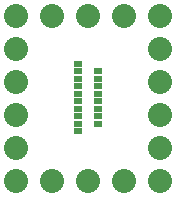
<source format=gbr>
G04 #@! TF.FileFunction,Soldermask,Top*
%FSLAX46Y46*%
G04 Gerber Fmt 4.6, Leading zero omitted, Abs format (unit mm)*
G04 Created by KiCad (PCBNEW 4.0.2-stable) date Monday, July 18, 2016 'PMt' 05:42:52 PM*
%MOMM*%
G01*
G04 APERTURE LIST*
%ADD10C,0.100000*%
%ADD11R,0.762000X0.508000*%
%ADD12C,2.032000*%
G04 APERTURE END LIST*
D10*
D11*
X147218400Y-107264200D03*
X147218400Y-106629200D03*
X147218400Y-105994200D03*
X147218400Y-105359200D03*
X147218400Y-104724200D03*
X147218400Y-104089200D03*
X147218400Y-103454200D03*
X147218400Y-102819200D03*
X147218400Y-102184200D03*
X147218400Y-101549200D03*
X148869400Y-102184200D03*
X148869400Y-102819200D03*
X148869400Y-103454200D03*
X148869400Y-104089200D03*
X148869400Y-104724200D03*
X148869400Y-105359200D03*
X148869400Y-105994200D03*
X148869400Y-106629200D03*
D12*
X148082000Y-111506000D03*
X145034000Y-111506000D03*
X141986000Y-111506000D03*
X141986000Y-108712000D03*
X141986000Y-105918000D03*
X141986000Y-103124000D03*
X141986000Y-100330000D03*
X141986000Y-97536000D03*
X145034000Y-97536000D03*
X148082000Y-97536000D03*
X151130000Y-97536000D03*
X154178000Y-97536000D03*
X154178000Y-100330000D03*
X154178000Y-103124000D03*
X154178000Y-105918000D03*
X154178000Y-108712000D03*
X154178000Y-111506000D03*
X151130000Y-111506000D03*
M02*

</source>
